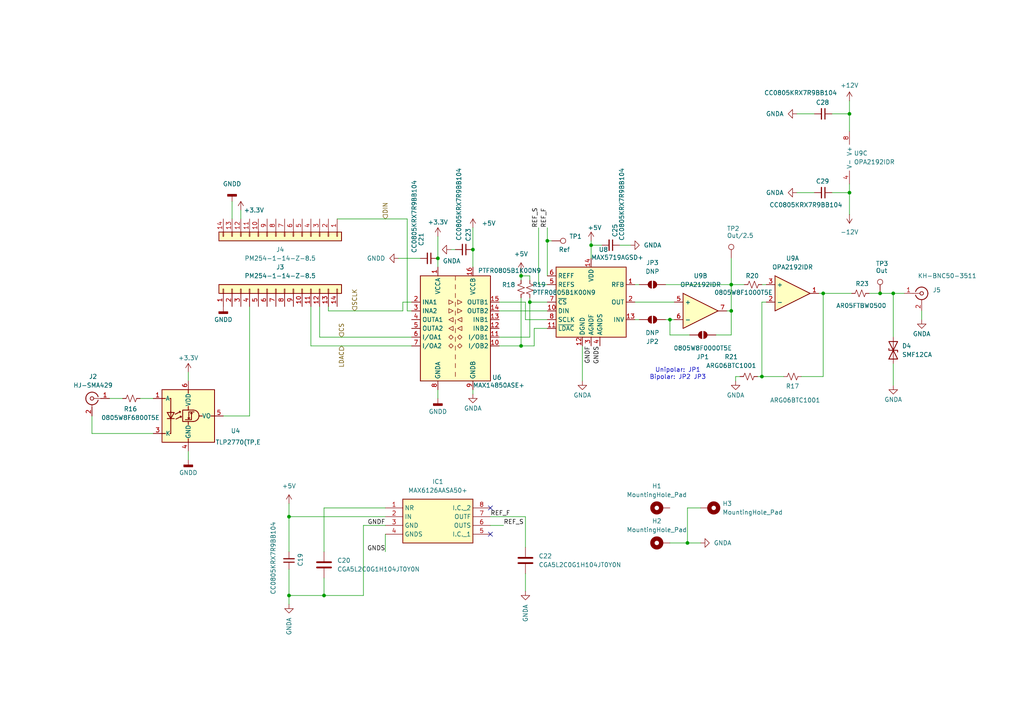
<source format=kicad_sch>
(kicad_sch (version 20250114) (generator "eeschema") (generator_version "9.0")
  (paper "A4")
  (lib_symbols
    (symbol "Analog_DAC:MAX5719xSD"
      (property "Reference" "U" (at -10.16 11.43 0))
      (property "Value" "MAX5719xSD" (at 1.27 11.43 0))
      (symbol "MAX5719xSD_0_1"
        (rectangle (start -10.16 10.16) (end 10.16 -10.16) (stroke (width 0.254)) (fill (type background)))
      )
      (symbol "MAX5719xSD_1_1"
        (pin input line (at -12.7 7.62 0) (length 2.54) (name "REFF") (number "6"))
        (pin input line (at -12.7 5.08 0) (length 2.54) (name "REFS") (number "5"))
        (pin input line (at -12.7 0 0) (length 2.54) (name "~{CS}") (number "7"))
        (pin input line (at -12.7 -2.54 0) (length 2.54) (name "DIN") (number "10"))
        (pin input line (at -12.7 -5.08 0) (length 2.54) (name "SCLK") (number "8"))
        (pin input line (at -12.7 -7.62 0) (length 2.54) (name "~{LDAC}") (number "11"))
        (pin power_in line (at -2.54 -12.7 90) (length 2.54) (name "DGND") (number "12"))
        (pin power_in line (at 0 12.7 270) (length 2.54) (name "VDD") (number "14"))
        (pin power_in line (at 0 -12.7 90) (length 2.54) (name "AGNDF") (number "3"))
        (pin power_in line (at 2.54 -12.7 90) (length 2.54) (name "AGNDS") (number "4"))
        (pin no_connect line (at 10.16 -7.62 180) (length 2.54) (hide yes) (name "NC") (number "9"))
        (pin passive line (at 12.7 5.08 180) (length 2.54) (name "RFB") (number "1"))
        (pin output line (at 12.7 0 180) (length 2.54) (name "OUT") (number "2"))
        (pin passive line (at 12.7 -5.08 180) (length 2.54) (name "INV") (number "13"))
      )
    )
    (symbol "Connector:Conn_Coaxial" (pin_names (offset 1.016) (hide yes))
      (property "Reference" "J" (at 0.254 3.048 0))
      (property "Value" "Conn_Coaxial" (at 2.921 0 90))
      (symbol "Conn_Coaxial_0_1"
        (polyline (pts (xy -2.54 0) (xy -0.508 0)))
        (arc (start 1.778 0) (mid 0.222 -1.8079) (end -1.778 -0.508) (stroke (width 0.254)))
        (arc (start -1.778 0.508) (mid 0.2221 1.8084) (end 1.778 0) (stroke (width 0.254)))
        (circle (center 0 0) (radius 0.508) (stroke (width 0.2032)))
        (polyline (pts (xy 0 -2.54) (xy 0 -1.778)))
      )
      (symbol "Conn_Coaxial_1_1"
        (pin passive line (at -5.08 0 0) (length 2.54) (name "In") (number "1"))
        (pin passive line (at 0 -5.08 90) (length 2.54) (name "Ext") (number "2"))
      )
    )
    (symbol "Connector:TestPoint" (pin_numbers (hide yes)) (pin_names (offset 0.762) (hide yes))
      (property "Reference" "TP" (at 0 6.858 0))
      (property "Value" "TestPoint" (at 0 5.08 0))
      (symbol "TestPoint_0_1"
        (circle (center 0 3.302) (radius 0.762))
      )
      (symbol "TestPoint_1_1"
        (pin passive line (at 0 0 90) (length 2.54) (name "1") (number "1"))
      )
    )
    (symbol "Connector_Generic:Conn_01x14" (pin_names (offset 1.016) (hide yes))
      (property "Reference" "J" (at 0 17.78 0))
      (property "Value" "Conn_01x14" (at 0 -20.32 0))
      (symbol "Conn_01x14_1_1"
        (rectangle (start -1.27 16.51) (end 1.27 -19.05) (stroke (width 0.254)) (fill (type background)))
        (rectangle (start -1.27 15.367) (end 0 15.113) (stroke (width 0.1524)))
        (rectangle (start -1.27 12.827) (end 0 12.573) (stroke (width 0.1524)))
        (rectangle (start -1.27 10.287) (end 0 10.033) (stroke (width 0.1524)))
        (rectangle (start -1.27 7.747) (end 0 7.493) (stroke (width 0.1524)))
        (rectangle (start -1.27 5.207) (end 0 4.953) (stroke (width 0.1524)))
        (rectangle (start -1.27 2.667) (end 0 2.413) (stroke (width 0.1524)))
        (rectangle (start -1.27 0.127) (end 0 -0.127) (stroke (width 0.1524)))
        (rectangle (start -1.27 -2.413) (end 0 -2.667) (stroke (width 0.1524)))
        (rectangle (start -1.27 -4.953) (end 0 -5.207) (stroke (width 0.1524)))
        (rectangle (start -1.27 -7.493) (end 0 -7.747) (stroke (width 0.1524)))
        (rectangle (start -1.27 -10.033) (end 0 -10.287) (stroke (width 0.1524)))
        (rectangle (start -1.27 -12.573) (end 0 -12.827) (stroke (width 0.1524)))
        (rectangle (start -1.27 -15.113) (end 0 -15.367) (stroke (width 0.1524)))
        (rectangle (start -1.27 -17.653) (end 0 -17.907) (stroke (width 0.1524)))
        (pin passive line (at -5.08 15.24 0) (length 3.81) (name "Pin_1") (number "1"))
        (pin passive line (at -5.08 12.7 0) (length 3.81) (name "Pin_2") (number "2"))
        (pin passive line (at -5.08 10.16 0) (length 3.81) (name "Pin_3") (number "3"))
        (pin passive line (at -5.08 7.62 0) (length 3.81) (name "Pin_4") (number "4"))
        (pin passive line (at -5.08 5.08 0) (length 3.81) (name "Pin_5") (number "5"))
        (pin passive line (at -5.08 2.54 0) (length 3.81) (name "Pin_6") (number "6"))
        (pin passive line (at -5.08 0 0) (length 3.81) (name "Pin_7") (number "7"))
        (pin passive line (at -5.08 -2.54 0) (length 3.81) (name "Pin_8") (number "8"))
        (pin passive line (at -5.08 -5.08 0) (length 3.81) (name "Pin_9") (number "9"))
        (pin passive line (at -5.08 -7.62 0) (length 3.81) (name "Pin_10") (number "10"))
        (pin passive line (at -5.08 -10.16 0) (length 3.81) (name "Pin_11") (number "11"))
        (pin passive line (at -5.08 -12.7 0) (length 3.81) (name "Pin_12") (number "12"))
        (pin passive line (at -5.08 -15.24 0) (length 3.81) (name "Pin_13") (number "13"))
        (pin passive line (at -5.08 -17.78 0) (length 3.81) (name "Pin_14") (number "14"))
      )
    )
    (symbol "Device:C" (pin_numbers (hide yes)) (pin_names (offset 0.254))
      (property "Reference" "C" (at 0.635 2.54 0))
      (property "Value" "C" (at 0.635 -2.54 0))
      (symbol "C_0_1"
        (polyline (pts (xy -2.032 0.762) (xy 2.032 0.762)) (stroke (width 0.508)))
        (polyline (pts (xy -2.032 -0.762) (xy 2.032 -0.762)) (stroke (width 0.508)))
      )
      (symbol "C_1_1"
        (pin passive line (at 0 3.81 270) (length 2.794) (name "~") (number "1"))
        (pin passive line (at 0 -3.81 90) (length 2.794) (name "~") (number "2"))
      )
    )
    (symbol "Device:C_Small" (pin_numbers (hide yes)) (pin_names (offset 0.254) (hide yes))
      (property "Reference" "C" (at 0.254 1.778 0))
      (property "Value" "C_Small" (at 0.254 -2.032 0))
      (symbol "C_Small_0_1"
        (polyline (pts (xy -1.524 0.508) (xy 1.524 0.508)) (stroke (width 0.3048)))
        (polyline (pts (xy -1.524 -0.508) (xy 1.524 -0.508)) (stroke (width 0.3302)))
      )
      (symbol "C_Small_1_1"
        (pin passive line (at 0 2.54 270) (length 2.032) (name "~") (number "1"))
        (pin passive line (at 0 -2.54 90) (length 2.032) (name "~") (number "2"))
      )
    )
    (symbol "Device:D_TVS" (pin_numbers (hide yes)) (pin_names (offset 1.016) (hide yes))
      (property "Reference" "D" (at 0 2.54 0))
      (property "Value" "D_TVS" (at 0 -2.54 0))
      (symbol "D_TVS_0_1"
        (polyline (pts (xy -2.54 1.27) (xy -2.54 -1.27) (xy 2.54 1.27) (xy 2.54 -1.27) (xy -2.54 1.27)) (stroke (width 0.254)))
        (polyline (pts (xy 0.508 1.27) (xy 0 1.27) (xy 0 -1.27) (xy -0.508 -1.27)) (stroke (width 0.254)))
        (polyline (pts (xy 1.27 0) (xy -1.27 0)))
      )
      (symbol "D_TVS_1_1"
        (pin passive line (at -3.81 0 0) (length 2.54) (name "A1") (number "1"))
        (pin passive line (at 3.81 0 180) (length 2.54) (name "A2") (number "2"))
      )
    )
    (symbol "Device:Opamp_Dual"
      (property "Reference" "U" (at 0 5.08 0))
      (property "Value" "Opamp_Dual" (at 0 -5.08 0))
      (symbol "Opamp_Dual_1_1"
        (polyline (pts (xy -5.08 5.08) (xy 5.08 0) (xy -5.08 -5.08) (xy -5.08 5.08)) (stroke (width 0.254)) (fill (type background)))
        (pin input line (at -7.62 2.54 0) (length 2.54) (name "+") (number "3"))
        (pin input line (at -7.62 -2.54 0) (length 2.54) (name "-") (number "2"))
        (pin output line (at 7.62 0 180) (length 2.54) (name "~") (number "1"))
      )
      (symbol "Opamp_Dual_2_1"
        (polyline (pts (xy -5.08 5.08) (xy 5.08 0) (xy -5.08 -5.08) (xy -5.08 5.08)) (stroke (width 0.254)) (fill (type background)))
        (pin input line (at -7.62 2.54 0) (length 2.54) (name "+") (number "5"))
        (pin input line (at -7.62 -2.54 0) (length 2.54) (name "-") (number "6"))
        (pin output line (at 7.62 0 180) (length 2.54) (name "~") (number "7"))
      )
      (symbol "Opamp_Dual_3_1"
        (pin power_in line (at -2.54 7.62 270) (length 3.81) (name "V+") (number "8"))
        (pin power_in line (at -2.54 -7.62 90) (length 3.81) (name "V-") (number "4"))
      )
    )
    (symbol "Device:R_Small_US" (pin_numbers (hide yes)) (pin_names (offset 0.254) (hide yes))
      (property "Reference" "R" (at 0.762 0.508 0))
      (property "Value" "R_Small_US" (at 0.762 -1.016 0))
      (symbol "R_Small_US_1_1"
        (polyline (pts (xy 0 1.524) (xy 1.016 1.143) (xy 0 0.762) (xy -1.016 0.381) (xy 0 0)))
        (polyline (pts (xy 0 0) (xy 1.016 -0.381) (xy 0 -0.762) (xy -1.016 -1.143) (xy 0 -1.524)))
        (pin passive line (at 0 2.54 270) (length 1.016) (name "~") (number "1"))
        (pin passive line (at 0 -2.54 90) (length 1.016) (name "~") (number "2"))
      )
    )
    (symbol "Isolator:MAX14850ASE+"
      (property "Reference" "U" (at -9.525 16.51 0))
      (property "Value" "MAX14850ASE+" (at 13.335 16.51 0))
      (symbol "MAX14850ASE+_0_1"
        (rectangle (start -10.16 15.24) (end 10.16 -15.24) (stroke (width 0.254)) (fill (type background)))
        (polyline (pts (xy -1.905 8.255) (xy -1.905 6.985) (xy -0.635 7.62) (xy -1.905 8.255)))
        (polyline (pts (xy -1.905 5.715) (xy -1.905 4.445) (xy -0.635 5.08) (xy -1.905 5.715)))
        (polyline (pts (xy -1.27 -1.905) (xy -1.905 -2.54) (xy -1.27 -3.175) (xy -0.635 -2.54) (xy -1.27 -1.905)))
        (polyline (pts (xy -1.27 -4.445) (xy -1.905 -5.08) (xy -1.27 -5.715) (xy -0.635 -5.08) (xy -1.27 -4.445)))
        (polyline (pts (xy -0.635 1.905) (xy -0.635 3.175) (xy -1.905 2.54) (xy -0.635 1.905)))
        (polyline (pts (xy -0.635 -0.635) (xy -0.635 0.635) (xy -1.905 0) (xy -0.635 -0.635)))
        (polyline (pts (xy 0 15.24) (xy 0 13.97)))
        (polyline (pts (xy 0 12.7) (xy 0 11.43)))
        (polyline (pts (xy 0 10.16) (xy 0 8.89)))
        (polyline (pts (xy 0 7.62) (xy 0 6.35)))
        (polyline (pts (xy 0 5.08) (xy 0 3.81)))
        (polyline (pts (xy 0 2.54) (xy 0 1.27)))
        (polyline (pts (xy 0 0) (xy 0 -1.27)))
        (polyline (pts (xy 0 -2.54) (xy 0 -3.81)))
        (polyline (pts (xy 0 -5.08) (xy 0 -6.35)))
        (polyline (pts (xy 0 -7.62) (xy 0 -8.89)))
        (polyline (pts (xy 0 -10.16) (xy 0 -11.43)))
        (polyline (pts (xy 0 -12.7) (xy 0 -13.97)))
        (polyline (pts (xy 0.635 8.255) (xy 0.635 6.985) (xy 1.905 7.62) (xy 0.635 8.255)))
        (polyline (pts (xy 0.635 5.715) (xy 0.635 4.445) (xy 1.905 5.08) (xy 0.635 5.715)))
        (polyline (pts (xy 1.27 -1.905) (xy 0.635 -2.54) (xy 1.27 -3.175) (xy 1.905 -2.54) (xy 1.27 -1.905)))
        (polyline (pts (xy 1.27 -4.445) (xy 0.635 -5.08) (xy 1.27 -5.715) (xy 1.905 -5.08) (xy 1.27 -4.445)))
        (polyline (pts (xy 1.905 1.905) (xy 1.905 3.175) (xy 0.635 2.54) (xy 1.905 1.905)))
        (polyline (pts (xy 1.905 -0.635) (xy 1.905 0.635) (xy 0.635 0) (xy 1.905 -0.635)))
      )
      (symbol "MAX14850ASE+_1_1"
        (pin input line (at -12.7 7.62 0) (length 2.54) (name "INA1") (number "2"))
        (pin input line (at -12.7 5.08 0) (length 2.54) (name "INA2") (number "3"))
        (pin output line (at -12.7 2.54 0) (length 2.54) (name "OUTA1") (number "4"))
        (pin output line (at -12.7 0 0) (length 2.54) (name "OUTA2") (number "5"))
        (pin bidirectional line (at -12.7 -2.54 0) (length 2.54) (name "I/OA1") (number "6"))
        (pin bidirectional line (at -12.7 -5.08 0) (length 2.54) (name "I/OA2") (number "7"))
        (pin power_in line (at -5.08 17.78 270) (length 2.54) (name "VCCA") (number "1"))
        (pin power_in line (at -5.08 -17.78 90) (length 2.54) (name "GNDA") (number "8"))
        (pin power_in line (at 5.08 17.78 270) (length 2.54) (name "VCCB") (number "16"))
        (pin power_in line (at 5.08 -17.78 90) (length 2.54) (name "GNDB") (number "9"))
        (pin output line (at 12.7 7.62 180) (length 2.54) (name "OUTB1") (number "15"))
        (pin output line (at 12.7 5.08 180) (length 2.54) (name "OUTB2") (number "14"))
        (pin input line (at 12.7 2.54 180) (length 2.54) (name "INB1") (number "13"))
        (pin input line (at 12.7 0 180) (length 2.54) (name "INB2") (number "12"))
        (pin bidirectional line (at 12.7 -2.54 180) (length 2.54) (name "I/OB1") (number "11"))
        (pin bidirectional line (at 12.7 -5.08 180) (length 2.54) (name "I/OB2") (number "10"))
      )
    )
    (symbol "Isolator:TLP2770" (pin_names (offset 1.016))
      (property "Reference" "U" (at -6.35 8.89 0))
      (property "Value" "TLP2770" (at 5.08 8.89 0))
      (symbol "TLP2770_0_1"
        (polyline (pts (xy -7.62 5.08) (xy -6.604 5.08)) (stroke (width 0.254)))
        (polyline (pts (xy -7.62 -5.08) (xy -6.604 -5.08)) (stroke (width 0.254)))
        (polyline (pts (xy -5.08 5.08) (xy -5.334 5.08)) (stroke (width 0.254)))
        (polyline (pts (xy -5.08 1.27) (xy -5.08 5.08)) (stroke (width 0.254)))
        (polyline (pts (xy -5.08 -1.27) (xy -5.08 -5.08)) (stroke (width 0.254)))
        (polyline (pts (xy -5.08 -5.08) (xy -5.334 -5.08)) (stroke (width 0.254)))
        (polyline (pts (xy 0 7.62) (xy 0 6.604)) (stroke (width 0.254)))
        (polyline (pts (xy 0 1.651) (xy 0 2.794)) (stroke (width 0.254)))
        (polyline (pts (xy 0 -1.651) (xy 0 -2.54)) (stroke (width 0.254)))
        (polyline (pts (xy 0 -7.62) (xy 0 -6.604)) (stroke (width 0.254)))
        (polyline (pts (xy 3.048 0) (xy 4.064 0)) (stroke (width 0.254)))
        (polyline (pts (xy 7.62 0) (xy 6.604 0)) (stroke (width 0.254)))
      )
      (symbol "TLP2770_1_1"
        (rectangle (start -7.62 7.62) (end 7.62 -7.62) (stroke (width 0.254)) (fill (type background)))
        (polyline (pts (xy -6.096 1.016) (xy -4.064 1.016) (xy -5.08 -0.762) (xy -6.096 1.016)) (stroke (width 0.254)))
        (polyline (pts (xy -6.096 -0.762) (xy -4.064 -0.762)) (stroke (width 0.254)))
        (polyline (pts (xy -5.08 1.016) (xy -5.08 1.397)) (stroke (width 0.254)))
        (polyline (pts (xy -5.08 1.016) (xy -5.08 -0.762)) (stroke (width 0.254)))
        (polyline (pts (xy -5.08 -0.762) (xy -5.08 -1.27)) (stroke (width 0.254)))
        (polyline (pts (xy -3.81 0.508) (xy -2.286 1.27)) (stroke (width 0.254)))
        (polyline (pts (xy -3.556 -0.889) (xy -2.032 -0.127)) (stroke (width 0.254)))
        (polyline (pts (xy -2.286 1.27) (xy -2.5908 1.3716)) (stroke (width 0.254)))
        (polyline (pts (xy -2.286 1.27) (xy -2.3876 0.9144)) (stroke (width 0.254)))
        (polyline (pts (xy -2.032 -0.127) (xy -2.3368 -0.0254)) (stroke (width 0.254)))
        (polyline (pts (xy -2.032 -0.127) (xy -2.1336 -0.4826)) (stroke (width 0.254)))
        (polyline (pts (xy 0.1524 -0.8382) (xy -0.1016 -0.5842) (xy 0.4064 -0.5842)) (stroke (width 0.254)))
        (polyline (pts (xy 0.9144 0.9398) (xy 0.9144 -1.0922) (xy -0.8636 -1.0922)) (stroke (width 0.254)))
        (polyline (pts (xy 0.9144 0.9398) (xy 0.6604 0.6858) (xy 1.1684 0.6858) (xy 0.9144 0.9398)) (stroke (width 0.254)))
        (polyline (pts (xy 1.4224 1.7018) (xy -1.6256 1.7018) (xy -1.6256 -1.6002) (xy 1.4224 -1.6002)) (stroke (width 0.254)))
        (arc (start 3.0988 0.0762) (mid 2.6102 -1.1118) (end 1.4224 -1.6002) (stroke (width 0.254)))
        (arc (start 1.3462 1.6764) (mid 2.6011 1.2413) (end 3.0734 0) (stroke (width 0.254)))
        (polyline (pts (xy 1.6764 1.1938) (xy 0.1524 1.1938) (xy 0.1524 -0.8382) (xy 0.4064 -0.5842)) (stroke (width 0.254)))
        (pin passive line (at -10.16 5.08 0) (length 2.54) (name "A") (number "1"))
        (pin passive line (at -10.16 -5.08 0) (length 2.54) (name "K") (number "3"))
        (pin no_connect line (at -7.62 0 0) (length 2.54) (hide yes) (name "NC") (number "2"))
        (pin power_in line (at 0 10.16 270) (length 2.54) (name "VDD") (number "6"))
        (pin power_in line (at 0 -10.16 90) (length 2.54) (name "GND") (number "4"))
        (pin output line (at 10.16 0 180) (length 2.54) (name "VO") (number "5"))
      )
    )
    (symbol "Jumper:SolderJumper_2_Open" (pin_numbers (hide yes)) (pin_names (offset 0) (hide yes)) (exclude_from_sim yes) (in_bom no)
      (property "Reference" "JP" (at 0 2.032 0))
      (property "Value" "SolderJumper_2_Open" (at 0 -2.54 0))
      (symbol "SolderJumper_2_Open_0_1"
        (polyline (pts (xy -0.254 1.016) (xy -0.254 -1.016)))
        (arc (start -0.254 -1.016) (mid -1.2656 0) (end -0.254 1.016))
        (arc (start -0.254 -1.016) (mid -1.2656 0) (end -0.254 1.016) (fill (type outline)))
        (arc (start 0.254 1.016) (mid 1.2656 0) (end 0.254 -1.016))
        (arc (start 0.254 1.016) (mid 1.2656 0) (end 0.254 -1.016) (fill (type outline)))
        (polyline (pts (xy 0.254 1.016) (xy 0.254 -1.016)))
      )
      (symbol "SolderJumper_2_Open_1_1"
        (pin passive line (at -3.81 0 0) (length 2.54) (name "A") (number "1"))
        (pin passive line (at 3.81 0 180) (length 2.54) (name "B") (number "2"))
      )
    )
    (symbol "Mechanical:MountingHole_Pad" (pin_numbers (hide yes)) (pin_names (offset 1.016) (hide yes)) (in_bom no)
      (property "Reference" "H" (at 0 6.35 0))
      (property "Value" "MountingHole_Pad" (at 0 4.445 0))
      (symbol "MountingHole_Pad_0_1"
        (circle (center 0 1.27) (radius 1.27) (stroke (width 1.27)))
      )
      (symbol "MountingHole_Pad_1_1"
        (pin input line (at 0 -2.54 90) (length 2.54) (name "1") (number "1"))
      )
    )
    (symbol "SamacSys_Parts:MAX6126A41+"
      (property "Reference" "IC" (at 26.67 7.62 0))
      (property "Value" "MAX6126A41+" (at 26.67 5.08 0))
      (symbol "MAX6126A41+_1_1"
        (rectangle (start 5.08 2.54) (end 25.4 -10.16) (stroke (width 0.254)) (fill (type background)))
        (pin passive line (at 0 0 0) (length 5.08) (name "NR") (number "1"))
        (pin passive line (at 0 -2.54 0) (length 5.08) (name "IN") (number "2"))
        (pin passive line (at 0 -5.08 0) (length 5.08) (name "GND") (number "3"))
        (pin passive line (at 0 -7.62 0) (length 5.08) (name "GNDS") (number "4"))
        (pin passive line (at 30.48 0 180) (length 5.08) (name "I.C._2") (number "8"))
        (pin passive line (at 30.48 -2.54 180) (length 5.08) (name "OUTF") (number "7"))
        (pin passive line (at 30.48 -5.08 180) (length 5.08) (name "OUTS") (number "6"))
        (pin passive line (at 30.48 -7.62 180) (length 5.08) (name "I.C._1") (number "5"))
      )
    )
    (symbol "power:+12V" (power) (pin_numbers (hide yes)) (pin_names (offset 0) (hide yes))
      (property "Value" "+12V" (at 0 3.556 0))
      (symbol "+12V_0_1"
        (polyline (pts (xy -0.762 1.27) (xy 0 2.54)))
        (polyline (pts (xy 0 2.54) (xy 0.762 1.27)))
        (polyline (pts (xy 0 0) (xy 0 2.54)))
      )
      (symbol "+12V_1_1"
        (pin power_in line (at 0 0 90) (length 0) (name "~") (number "1"))
      )
    )
    (symbol "power:+3.3V" (power) (pin_names (offset 0))
      (property "Value" "+3.3V" (at 0 3.556 0))
      (symbol "+3.3V_0_1"
        (polyline (pts (xy -0.762 1.27) (xy 0 2.54)))
        (polyline (pts (xy 0 2.54) (xy 0.762 1.27)))
        (polyline (pts (xy 0 0) (xy 0 2.54)))
      )
      (symbol "+3.3V_1_1"
        (pin power_in line (at 0 0 90) (length 0) (hide yes) (name "+3.3V") (number "1"))
      )
    )
    (symbol "power:+5VD" (power) (pin_names (offset 0))
      (property "Value" "+5VD" (at 0 3.556 0))
      (symbol "+5VD_0_1"
        (polyline (pts (xy -0.762 1.27) (xy 0 2.54)))
        (polyline (pts (xy 0 2.54) (xy 0.762 1.27)))
        (polyline (pts (xy 0 0) (xy 0 2.54)))
      )
      (symbol "+5VD_1_1"
        (pin power_in line (at 0 0 90) (length 0) (hide yes) (name "+5VD") (number "1"))
      )
    )
    (symbol "power:GNDA" (power) (pin_names (offset 0))
      (property "Value" "GNDA" (at 0 -3.81 0))
      (symbol "GNDA_0_1"
        (polyline (pts (xy 0 0) (xy 0 -1.27) (xy 1.27 -1.27) (xy 0 -2.54) (xy -1.27 -1.27) (xy 0 -1.27)))
      )
      (symbol "GNDA_1_1"
        (pin power_in line (at 0 0 270) (length 0) (hide yes) (name "GNDA") (number "1"))
      )
    )
    (symbol "power:GNDD" (power) (pin_names (offset 0))
      (property "Value" "GNDD" (at 0 -3.175 0))
      (symbol "GNDD_0_1"
        (rectangle (start -1.27 -1.524) (end 1.27 -2.032) (stroke (width 0.254)) (fill (type outline)))
        (polyline (pts (xy 0 0) (xy 0 -1.524)))
      )
      (symbol "GNDD_1_1"
        (pin power_in line (at 0 0 270) (length 0) (hide yes) (name "GNDD") (number "1"))
      )
    )
  )
  (text "Unipolar: JP1\nBipolar: JP2 JP3\n\n" (at 196.596 109.474 0) (effects (font (size 1.27 1.27))))
  (junction (at 93.98 172.72))
  (junction (at 83.82 172.72))
  (junction (at 151.13 80.01))
  (junction (at 171.45 71.12))
  (junction (at 212.09 90.17))
  (junction (at 194.31 92.71))
  (junction (at 199.39 157.48))
  (junction (at 212.09 82.55))
  (junction (at 238.76 85.09))
  (junction (at 246.38 33.02))
  (junction (at 158.75 69.85))
  (junction (at 255.27 85.09))
  (junction (at 153.67 87.63))
  (junction (at 259.08 85.09))
  (junction (at 220.98 109.22))
  (junction (at 127 74.93))
  (junction (at 151.13 100.33))
  (junction (at 137.16 72.39))
  (junction (at 83.82 149.86))
  (junction (at 246.38 55.88))
  (no_connect (at 142.24 154.94))
  (no_connect (at 142.24 147.32))
  (wire (pts (xy 158.75 80.01) (xy 158.75 69.85)))
  (wire (pts (xy 193.04 82.55) (xy 212.09 82.55)))
  (wire (pts (xy 111.76 160.02) (xy 111.76 154.94)))
  (wire (pts (xy 199.39 157.48) (xy 203.2 157.48)))
  (wire (pts (xy 118.11 90.17) (xy 119.38 90.17)))
  (wire (pts (xy 67.31 58.42) (xy 67.31 63.5)))
  (wire (pts (xy 83.82 172.72) (xy 93.98 172.72)))
  (wire (pts (xy 90.17 100.33) (xy 119.38 100.33)))
  (wire (pts (xy 246.38 29.21) (xy 246.38 33.02)))
  (wire (pts (xy 174.625 71.12) (xy 171.45 71.12)))
  (wire (pts (xy 153.67 97.79) (xy 153.67 87.63)))
  (wire (pts (xy 168.91 100.33) (xy 168.91 110.49)))
  (wire (pts (xy 194.31 97.155) (xy 194.31 92.71)))
  (wire (pts (xy 259.08 85.09) (xy 262.255 85.09)))
  (wire (pts (xy 246.38 55.88) (xy 246.38 62.23)))
  (wire (pts (xy 92.71 97.79) (xy 92.71 88.9)))
  (wire (pts (xy 179.705 71.12) (xy 182.88 71.12)))
  (wire (pts (xy 118.11 90.17) (xy 118.11 63.5)))
  (wire (pts (xy 232.41 109.22) (xy 238.76 109.22)))
  (wire (pts (xy 238.76 85.09) (xy 247.015 85.09)))
  (wire (pts (xy 213.36 109.22) (xy 213.36 110.49)))
  (wire (pts (xy 153.67 86.36) (xy 153.67 87.63)))
  (wire (pts (xy 252.095 85.09) (xy 255.27 85.09)))
  (wire (pts (xy 152.4 87.63) (xy 152.4 92.71)))
  (wire (pts (xy 220.98 82.55) (xy 222.25 82.55)))
  (wire (pts (xy 154.94 95.25) (xy 158.75 95.25)))
  (wire (pts (xy 212.09 82.55) (xy 212.09 90.17)))
  (wire (pts (xy 93.98 167.64) (xy 93.98 172.72)))
  (wire (pts (xy 246.38 53.34) (xy 246.38 55.88)))
  (wire (pts (xy 105.41 172.72) (xy 93.98 172.72)))
  (wire (pts (xy 40.64 115.57) (xy 44.45 115.57)))
  (wire (pts (xy 152.4 158.75) (xy 152.4 149.86)))
  (wire (pts (xy 146.05 152.4) (xy 142.24 152.4)))
  (wire (pts (xy 83.82 175.26) (xy 83.82 172.72)))
  (wire (pts (xy 69.85 60.96) (xy 69.85 63.5)))
  (wire (pts (xy 156.21 66.04) (xy 156.21 82.55)))
  (wire (pts (xy 83.82 146.05) (xy 83.82 149.86)))
  (wire (pts (xy 199.39 147.32) (xy 203.2 147.32)))
  (wire (pts (xy 212.09 90.17) (xy 210.82 90.17)))
  (wire (pts (xy 26.67 120.65) (xy 26.67 125.73)))
  (wire (pts (xy 213.36 109.22) (xy 214.63 109.22)))
  (wire (pts (xy 184.15 92.71) (xy 185.42 92.71)))
  (wire (pts (xy 130.81 72.39) (xy 132.08 72.39)))
  (wire (pts (xy 152.4 166.37) (xy 152.4 171.45)))
  (wire (pts (xy 144.78 87.63) (xy 152.4 87.63)))
  (wire (pts (xy 83.82 149.86) (xy 111.76 149.86)))
  (wire (pts (xy 127 74.93) (xy 127 77.47)))
  (wire (pts (xy 231.14 55.88) (xy 236.22 55.88)))
  (wire (pts (xy 194.31 157.48) (xy 199.39 157.48)))
  (wire (pts (xy 255.27 85.09) (xy 259.08 85.09)))
  (wire (pts (xy 212.09 82.55) (xy 215.9 82.55)))
  (wire (pts (xy 212.09 74.93) (xy 212.09 82.55)))
  (wire (pts (xy 118.11 63.5) (xy 97.79 63.5)))
  (wire (pts (xy 212.09 97.155) (xy 212.09 90.17)))
  (wire (pts (xy 116.84 90.17) (xy 116.84 87.63)))
  (wire (pts (xy 171.45 71.12) (xy 171.45 69.85)))
  (wire (pts (xy 160.02 69.85) (xy 158.75 69.85)))
  (wire (pts (xy 158.75 82.55) (xy 156.21 82.55)))
  (wire (pts (xy 83.82 149.86) (xy 83.82 160.02)))
  (wire (pts (xy 153.67 87.63) (xy 158.75 87.63)))
  (wire (pts (xy 199.39 147.32) (xy 199.39 157.48)))
  (wire (pts (xy 184.15 87.63) (xy 195.58 87.63)))
  (wire (pts (xy 153.67 80.01) (xy 151.13 80.01)))
  (wire (pts (xy 127 113.03) (xy 127 115.57)))
  (wire (pts (xy 151.13 80.01) (xy 151.13 81.28)))
  (wire (pts (xy 137.16 113.03) (xy 137.16 114.3)))
  (wire (pts (xy 241.3 55.88) (xy 246.38 55.88)))
  (wire (pts (xy 151.13 80.01) (xy 151.13 78.74)))
  (wire (pts (xy 142.24 149.86) (xy 152.4 149.86)))
  (wire (pts (xy 151.13 100.33) (xy 154.94 100.33)))
  (wire (pts (xy 241.3 33.02) (xy 246.38 33.02)))
  (wire (pts (xy 153.67 81.28) (xy 153.67 80.01)))
  (wire (pts (xy 72.39 120.65) (xy 72.39 88.9)))
  (wire (pts (xy 152.4 92.71) (xy 158.75 92.71)))
  (wire (pts (xy 184.15 82.55) (xy 185.42 82.55)))
  (wire (pts (xy 246.38 33.02) (xy 246.38 38.1)))
  (wire (pts (xy 219.71 109.22) (xy 220.98 109.22)))
  (wire (pts (xy 238.76 85.09) (xy 238.76 109.22)))
  (wire (pts (xy 31.75 115.57) (xy 35.56 115.57)))
  (wire (pts (xy 267.335 90.17) (xy 267.335 92.71)))
  (wire (pts (xy 115.57 74.93) (xy 121.92 74.93)))
  (wire (pts (xy 144.78 100.33) (xy 151.13 100.33)))
  (wire (pts (xy 222.25 87.63) (xy 220.98 87.63)))
  (wire (pts (xy 137.16 72.39) (xy 137.16 77.47)))
  (wire (pts (xy 83.82 172.72) (xy 83.82 165.1)))
  (wire (pts (xy 200.025 97.155) (xy 194.31 97.155)))
  (wire (pts (xy 144.78 90.17) (xy 158.75 90.17)))
  (wire (pts (xy 54.61 107.95) (xy 54.61 110.49)))
  (wire (pts (xy 151.13 86.36) (xy 151.13 100.33)))
  (wire (pts (xy 207.645 97.155) (xy 212.09 97.155)))
  (wire (pts (xy 195.58 92.71) (xy 194.31 92.71)))
  (wire (pts (xy 231.14 33.02) (xy 236.22 33.02)))
  (wire (pts (xy 137.16 66.04) (xy 137.16 72.39)))
  (wire (pts (xy 171.45 71.12) (xy 171.45 74.93)))
  (wire (pts (xy 259.08 105.41) (xy 259.08 111.76)))
  (wire (pts (xy 105.41 152.4) (xy 105.41 172.72)))
  (wire (pts (xy 111.76 152.4) (xy 105.41 152.4)))
  (wire (pts (xy 26.67 125.73) (xy 44.45 125.73)))
  (wire (pts (xy 92.71 97.79) (xy 119.38 97.79)))
  (wire (pts (xy 220.98 109.22) (xy 227.33 109.22)))
  (wire (pts (xy 237.49 85.09) (xy 238.76 85.09)))
  (wire (pts (xy 154.94 100.33) (xy 154.94 95.25)))
  (wire (pts (xy 193.04 92.71) (xy 194.31 92.71)))
  (wire (pts (xy 54.61 130.81) (xy 54.61 133.35)))
  (wire (pts (xy 95.25 90.17) (xy 116.84 90.17)))
  (wire (pts (xy 90.17 100.33) (xy 90.17 88.9)))
  (wire (pts (xy 127 68.58) (xy 127 74.93)))
  (wire (pts (xy 64.77 120.65) (xy 72.39 120.65)))
  (wire (pts (xy 220.98 87.63) (xy 220.98 109.22)))
  (wire (pts (xy 158.75 69.85) (xy 158.75 66.04)))
  (wire (pts (xy 93.98 160.02) (xy 93.98 147.32)))
  (wire (pts (xy 95.25 88.9) (xy 95.25 90.17)))
  (wire (pts (xy 144.78 97.79) (xy 153.67 97.79)))
  (wire (pts (xy 116.84 87.63) (xy 119.38 87.63)))
  (wire (pts (xy 93.98 147.32) (xy 111.76 147.32)))
  (wire (pts (xy 259.08 85.09) (xy 259.08 97.79)))
  (label "REF_F" (at 158.75 66.04 90))
  (label "REF_S" (at 146.05 152.4 0))
  (label "REF_S" (at 156.21 66.04 90))
  (label "GNDF" (at 111.76 152.4 180))
  (label "GNDS" (at 173.99 100.33 270))
  (label "GNDF" (at 171.45 100.33 270))
  (label "REF_F" (at 142.24 149.86 0))
  (label "GNDS" (at 111.76 160.02 180))
  (hierarchical_label "SCLK" (shape input) (at 102.87 90.17 90))
  (hierarchical_label "LDAC" (shape input) (at 99.06 100.33 270))
  (hierarchical_label "DIN" (shape input) (at 111.76 63.5 90))
  (hierarchical_label "CS" (shape input) (at 99.06 97.79 90))
  (symbol (lib_id "power:+5VD") (at 83.82 146.05 0) (unit 1)
    (property "Reference" "#PWR028" (effects (hide yes)))
    (property "Value" "+5V" (at 83.82 140.97 0))
  )
  (symbol (lib_id "Device:C_Small") (at 177.165 71.12 270) (unit 1)
    (property "Reference" "C25" (at 178.3708 68.7959 0) (effects (justify right)))
    (property "Value" "CC0805KRX7R9BB104" (at 180.34 69.85 0) (effects (justify right)))
    (property "Footprint" "Capacitor_SMD:C_0805_2012Metric" (effects (hide yes)))
  )
  (symbol (lib_id "Device:Opamp_Dual") (at 229.87 85.09 0) (unit 1)
    (property "Reference" "U9" (at 229.87 74.93 0))
    (property "Value" "OPA2192IDR" (at 229.87 77.47 0))
    (property "Footprint" "Package_SO:SOIC-8_3.9x4.9mm_P1.27mm" (effects (hide yes)))
    (property "Description" "Dual operational amplifier" (effects (hide yes)))
    (property "Sim.Library" "${KICAD9_SYMBOL_DIR}/Simulation_SPICE.sp" (effects (hide yes)))
    (property "Sim.Name" "kicad_builtin_opamp_dual" (effects (hide yes)))
    (property "Sim.Device" "SUBCKT" (effects (hide yes)))
    (property "Sim.Pins" "1=out1 2=in1- 3=in1+ 4=vee 5=in2+ 6=in2- 7=out2 8=vcc" (effects (hide yes)))
  )
  (symbol (lib_id "Mechanical:MountingHole_Pad") (at 191.77 157.48 90) (unit 1) (in_bom no)
    (property "Reference" "H2" (at 190.5 151.13 90))
    (property "Value" "MountingHole_Pad" (at 190.5 153.67 90))
    (property "Footprint" "MountingHole:MountingHole_3.7mm_Pad_Via" (effects (hide yes)))
    (property "Description" "Mounting Hole with connection" (effects (hide yes)))
  )
  (symbol (lib_id "power:+5VD") (at 171.45 69.85 0) (unit 1)
    (property "Reference" "#PWR040" (effects (hide yes)))
    (property "Value" "+5V" (at 170.434 66.04 0) (effects (justify left)))
  )
  (symbol (lib_id "Connector:TestPoint") (at 160.02 69.85 270) (unit 1)
    (property "Reference" "TP1" (at 165.1 68.5799 90) (effects (justify left)))
    (property "Value" "Ref" (at 162.052 72.39 90) (effects (justify left)))
    (property "Footprint" "TestPoint:TestPoint_Pad_D1.0mm" (effects (hide yes)))
    (property "Description" "test point" (effects (hide yes)))
  )
  (symbol (lib_id "Device:C_Small") (at 134.62 72.39 270) (unit 1)
    (property "Reference" "C23" (at 135.8258 70.0659 0) (effects (justify right)))
    (property "Value" "CC0805KRX7R9BB104" (at 133.096 69.85 0) (effects (justify right)))
    (property "Footprint" "Capacitor_SMD:C_0805_2012Metric" (effects (hide yes)))
  )
  (symbol (lib_id "Device:R_Small_US") (at 249.555 85.09 90) (unit 1)
    (property "Reference" "R23" (at 250.063 82.296 90))
    (property "Value" "AR05FTBW0500" (at 249.809 88.646 90))
    (property "Footprint" "Resistor_SMD:R_0805_2012Metric" (effects (hide yes)))
  )
  (symbol (lib_id "SamacSys_Parts:MAX6126A41+") (at 111.76 147.32 0) (unit 1)
    (property "Reference" "IC1" (at 127 139.7 0))
    (property "Value" "MAX6126AASA50+" (at 127 142.24 0))
    (property "Footprint" "Package_SO:SOIC-8_3.9x4.9mm_P1.27mm" (effects (hide yes)))
    (property "Datasheet" "https://pdfserv.maximintegrated.com/en/ds/MAX6126.pdf" (effects (hide yes)))
    (property "Description" "Maxim MAX6126A41+, Series Voltage Reference 4.096V, 0.06% 12.6 V max., 8-Pin uMAX" (effects (hide yes)))
    (property "Height" "1.1" (effects (hide yes)))
    (property "Mouser Part Number" "700-MAX6126A41" (effects (hide yes)))
    (property "Mouser Price/Stock" "https://www.mouser.co.uk/ProductDetail/Analog-Devices-Maxim-Integrated/MAX6126A41%2b?qs=1THa7WoU59GF%2FljoQ5dT7w%3D%3D" (effects (hide yes)))
    (property "Manufacturer_Name" "Analog Devices" (effects (hide yes)))
    (property "Manufacturer_Part_Number" "MAX6126A41+" (effects (hide yes)))
  )
  (symbol (lib_id "power:+12V") (at 246.38 62.23 180) (unit 1)
    (property "Reference" "#PWR052" (effects (hide yes)))
    (property "Value" "-12V" (at 246.38 67.31 0))
    (property "Description" "Power symbol creates a global label with name \"+12V\"" (effects (hide yes)))
  )
  (symbol (lib_id "power:GNDA") (at 231.14 33.02 270) (unit 1)
    (property "Reference" "#PWR049" (effects (hide yes)))
    (property "Value" "GNDA" (at 227.33 33.0199 90) (effects (justify right)))
  )
  (symbol (lib_id "power:GNDD") (at 67.31 58.42 180) (unit 1)
    (property "Reference" "#PWR025" (effects (hide yes)))
    (property "Value" "GNDD" (at 67.31 53.34 0))
  )
  (symbol (lib_id "power:+5VD") (at 137.16 66.04 0) (unit 1)
    (property "Reference" "#PWR036" (effects (hide yes)))
    (property "Value" "+5V" (at 139.7 64.7699 0) (effects (justify left)))
  )
  (symbol (lib_id "power:GNDD") (at 64.77 88.9 0) (unit 1)
    (property "Reference" "#PWR024" (effects (hide yes)))
    (property "Value" "GNDD" (at 64.77 92.71 0))
  )
  (symbol (lib_id "power:+5VD") (at 151.13 78.74 0) (unit 1)
    (property "Reference" "#PWR039" (effects (hide yes)))
    (property "Value" "+5V" (at 151.13 73.66 0))
  )
  (symbol (lib_id "Device:R_Small_US") (at 218.44 82.55 270) (unit 1)
    (property "Reference" "R20" (at 218.186 80.01 90))
    (property "Value" "0805W8F1000T5E" (at 215.646 84.836 90))
    (property "Footprint" "Resistor_SMD:R_0805_2012Metric" (effects (hide yes)))
  )
  (symbol (lib_id "Isolator:MAX14850ASE+") (at 132.08 95.25 0) (unit 1)
    (property "Reference" "U6" (at 142.748 109.474 0) (effects (justify left)))
    (property "Value" "MAX14850ASE+" (at 137.16 111.76 0) (effects (justify left)))
    (property "Footprint" "Package_SO:SOIC-16_3.9x9.9mm_P1.27mm" (effects (hide yes)))
    (property "Datasheet" "https://datasheets.maximintegrated.com/en/ds/MAX14850.pdf" (effects (hide yes)))
  )
  (symbol (lib_id "Connector:Conn_Coaxial") (at 267.335 85.09 0) (unit 1)
    (property "Reference" "J5" (at 270.51 84.1131 0) (effects (justify left)))
    (property "Value" "KH-BNC50-3511" (at 266.192 80.01 0) (effects (justify left)))
    (property "Footprint" "Connector_Coaxial:BNC_Amphenol_B6252HB-NPP3G-50_Horizontal" (effects (hide yes)))
  )
  (symbol (lib_id "Device:R_Small_US") (at 38.1 115.57 90) (unit 1)
    (property "Reference" "R16" (at 37.846 118.618 90))
    (property "Value" "0805W8F6800T5E" (at 37.846 121.158 90))
    (property "Footprint" "Resistor_SMD:R_0805_2012Metric" (effects (hide yes)))
    (property "Description" "Resistor, small US symbol" (effects (hide yes)))
  )
  (symbol (lib_id "Device:C_Small") (at 83.82 162.56 180) (unit 1)
    (property "Reference" "C19" (at 87.122 164.338 90) (effects (justify right)))
    (property "Value" "CC0805KRX7R9BB104" (at 79.248 172.466 90) (effects (justify right)))
    (property "Footprint" "Capacitor_SMD:C_0805_2012Metric" (effects (hide yes)))
  )
  (symbol (lib_id "Device:R_Small_US") (at 151.13 83.82 0) (mirror y) (unit 1)
    (property "Reference" "R18" (at 149.479 82.6078 0) (effects (justify left)))
    (property "Value" "PTFR0805B1K00N9" (at 156.972 78.486 0) (effects (justify left)))
    (property "Footprint" "Resistor_SMD:R_0805_2012Metric" (effects (hide yes)))
    (property "Description" "Resistor, small US symbol" (effects (hide yes)))
  )
  (symbol (lib_id "power:+12V") (at 246.38 29.21 0) (unit 1)
    (property "Reference" "#PWR051" (effects (hide yes)))
    (property "Value" "+12V" (at 246.38 24.765 0))
    (property "Description" "Power symbol creates a global label with name \"+12V\"" (effects (hide yes)))
  )
  (symbol (lib_id "Device:C_Small") (at 238.76 33.02 270) (unit 1)
    (property "Reference" "C28" (at 240.538 29.718 90) (effects (justify right)))
    (property "Value" "CC0805KRX7R9BB104" (at 242.824 26.924 90) (effects (justify right)))
    (property "Footprint" "Capacitor_SMD:C_0805_2012Metric" (effects (hide yes)))
  )
  (symbol (lib_id "Connector:TestPoint") (at 212.09 74.93 0) (unit 1)
    (property "Reference" "TP2" (at 210.82 66.294 0) (effects (justify left)))
    (property "Value" "Out/2.5" (at 210.82 68.326 0) (effects (justify left)))
    (property "Footprint" "TestPoint:TestPoint_Pad_D1.0mm" (effects (hide yes)))
    (property "Description" "test point" (effects (hide yes)))
  )
  (symbol (lib_id "Device:C_Small") (at 238.76 55.88 270) (unit 1)
    (property "Reference" "C29" (at 240.538 52.578 90) (effects (justify right)))
    (property "Value" "CC0805KRX7R9BB104" (at 244.348 59.436 90) (effects (justify right)))
    (property "Footprint" "Capacitor_SMD:C_0805_2012Metric" (effects (hide yes)))
  )
  (symbol (lib_id "power:GNDA") (at 203.2 157.48 90) (unit 1)
    (property "Reference" "#PWR045" (effects (hide yes)))
    (property "Value" "GNDA" (at 207.01 157.4799 90) (effects (justify right)))
  )
  (symbol (lib_id "power:+3.3V") (at 127 68.58 0) (unit 1)
    (property "Reference" "#PWR032" (effects (hide yes)))
    (property "Value" "+3.3V" (at 127 64.4469 0))
  )
  (symbol (lib_id "power:GNDD") (at 127 115.57 0) (unit 1)
    (property "Reference" "#PWR033" (effects (hide yes)))
    (property "Value" "GNDD" (at 127 119.38 0))
  )
  (symbol (lib_id "Device:Opamp_Dual") (at 248.92 45.72 0) (unit 3)
    (property "Reference" "U9" (at 247.65 44.4499 0) (effects (justify left)))
    (property "Value" "OPA2192IDR" (at 247.65 46.9899 0) (effects (justify left)))
    (property "Footprint" "Package_SO:SOIC-8_3.9x4.9mm_P1.27mm" (effects (hide yes)))
    (property "Description" "Dual operational amplifier" (effects (hide yes)))
    (property "Sim.Library" "${KICAD9_SYMBOL_DIR}/Simulation_SPICE.sp" (effects (hide yes)))
    (property "Sim.Name" "kicad_builtin_opamp_dual" (effects (hide yes)))
    (property "Sim.Device" "SUBCKT" (effects (hide yes)))
    (property "Sim.Pins" "1=out1 2=in1- 3=in1+ 4=vee 5=in2+ 6=in2- 7=out2 8=vcc" (effects (hide yes)))
  )
  (symbol (lib_id "Connector:Conn_Coaxial") (at 26.67 115.57 0) (mirror y) (unit 1)
    (property "Reference" "J2" (at 26.9874 109.22 0))
    (property "Value" "HJ-SMA429" (at 26.9874 111.76 0))
    (property "Footprint" "Connector_Coaxial:SMA_Amphenol_132134-16_Vertical" (effects (hide yes)))
    (property "Description" "coaxial connector (BNC, SMA, SMB, SMC, Cinch/RCA, LEMO, ...)" (effects (hide yes)))
  )
  (symbol (lib_id "Device:Opamp_Dual") (at 203.2 90.17 0) (unit 2)
    (property "Reference" "U9" (at 203.2 80.01 0))
    (property "Value" "OPA2192IDR" (at 203.2 82.55 0))
    (property "Footprint" "Package_SO:SOIC-8_3.9x4.9mm_P1.27mm" (effects (hide yes)))
    (property "Description" "Dual operational amplifier" (effects (hide yes)))
    (property "Sim.Library" "${KICAD9_SYMBOL_DIR}/Simulation_SPICE.sp" (effects (hide yes)))
    (property "Sim.Name" "kicad_builtin_opamp_dual" (effects (hide yes)))
    (property "Sim.Device" "SUBCKT" (effects (hide yes)))
    (property "Sim.Pins" "1=out1 2=in1- 3=in1+ 4=vee 5=in2+ 6=in2- 7=out2 8=vcc" (effects (hide yes)))
  )
  (symbol (lib_id "power:GNDA") (at 152.4 171.45 0) (unit 1)
    (property "Reference" "#PWR056" (effects (hide yes)))
    (property "Value" "GNDA" (at 152.3999 175.26 90) (effects (justify right)))
  )
  (symbol (lib_id "Device:R_Small_US") (at 217.17 109.22 270) (unit 1)
    (property "Reference" "R21" (at 212.09 103.505 90))
    (property "Value" "ARG06BTC1001" (at 212.09 106.045 90))
    (property "Footprint" "Resistor_SMD:R_1206_3216Metric" (effects (hide yes)))
  )
  (symbol (lib_id "power:GNDA") (at 231.14 55.88 270) (unit 1)
    (property "Reference" "#PWR050" (effects (hide yes)))
    (property "Value" "GNDA" (at 227.33 55.8799 90) (effects (justify right)))
  )
  (symbol (lib_id "Device:C") (at 93.98 163.83 0) (unit 1)
    (property "Reference" "C20" (at 97.79 162.5599 0) (effects (justify left)))
    (property "Value" "CGA5L2C0G1H104JT0Y0N" (at 97.79 165.0999 0) (effects (justify left)))
    (property "Footprint" "Capacitor_SMD:C_1206_3216Metric" (effects (hide yes)))
    (property "Description" "Unpolarized capacitor" (effects (hide yes)))
  )
  (symbol (lib_id "Connector_Generic:Conn_01x14") (at 82.55 68.58 270) (unit 1)
    (property "Reference" "J4" (at 81.28 72.39 90))
    (property "Value" "PM254-1-14-Z-8.5" (at 81.28 74.93 90))
    (property "Footprint" "Connector_PinSocket_2.54mm:PinSocket_1x14_P2.54mm_Vertical" (effects (hide yes)))
    (property "Description" "Generic connector, single row, 01x14, script generated (kicad-library-utils/schlib/autogen/connector/)" (effects (hide yes)))
  )
  (symbol (lib_id "Device:C") (at 152.4 162.56 0) (unit 1)
    (property "Reference" "C22" (at 156.21 161.2899 0) (effects (justify left)))
    (property "Value" "CGA5L2C0G1H104JT0Y0N" (at 156.21 163.8299 0) (effects (justify left)))
    (property "Footprint" "Capacitor_SMD:C_1206_3216Metric" (effects (hide yes)))
    (property "Description" "Unpolarized capacitor" (effects (hide yes)))
  )
  (symbol (lib_id "power:GNDA") (at 130.81 72.39 270) (unit 1)
    (property "Reference" "#PWR034" (effects (hide yes)))
    (property "Value" "GNDA" (at 133.604 75.692 90) (effects (justify right)))
  )
  (symbol (lib_id "power:GNDA") (at 259.08 111.76 0) (unit 1)
    (property "Reference" "#PWR054" (effects (hide yes)))
    (property "Value" "GNDA" (at 259.08 115.8931 0))
  )
  (symbol (lib_id "power:GNDA") (at 182.88 71.12 90) (unit 1)
    (property "Reference" "#PWR042" (effects (hide yes)))
    (property "Value" "GNDA" (at 186.69 71.1199 90) (effects (justify right)))
  )
  (symbol (lib_id "power:GNDA") (at 168.91 110.49 0) (unit 1)
    (property "Reference" "#PWR041" (effects (hide yes)))
    (property "Value" "GNDA" (at 168.91 114.6231 0))
  )
  (symbol (lib_id "Mechanical:MountingHole_Pad") (at 191.77 147.32 90) (unit 1) (in_bom no)
    (property "Reference" "H1" (at 190.5 140.97 90))
    (property "Value" "MountingHole_Pad" (at 190.5 143.51 90))
    (property "Footprint" "MountingHole:MountingHole_3.7mm_Pad_Via" (effects (hide yes)))
    (property "Description" "Mounting Hole with connection" (effects (hide yes)))
  )
  (symbol (lib_id "Device:C_Small") (at 124.46 74.93 270) (unit 1)
    (property "Reference" "C21" (at 122.174 71.374 0) (effects (justify right)))
    (property "Value" "CC0805KRX7R9BB104" (at 120.142 73.406 0) (effects (justify right)))
    (property "Footprint" "Capacitor_SMD:C_0805_2012Metric" (effects (hide yes)))
  )
  (symbol (lib_id "power:GNDA") (at 267.335 92.71 0) (unit 1)
    (property "Reference" "#PWR053" (effects (hide yes)))
    (property "Value" "GNDA" (at 267.335 96.8431 0))
  )
  (symbol (lib_id "Jumper:SolderJumper_2_Open") (at 189.23 92.71 0) (unit 1) (exclude_from_sim yes)
    (property "Reference" "JP2" (at 189.23 99.06 0))
    (property "Value" "DNP" (at 189.23 96.52 0))
    (property "Footprint" "Resistor_SMD:R_0805_2012Metric" (effects (hide yes)))
    (property "Description" "Solder Jumper, 2-pole, open" (effects (hide yes)))
  )
  (symbol (lib_id "power:GNDA") (at 213.36 110.49 0) (unit 1)
    (property "Reference" "#PWR048" (effects (hide yes)))
    (property "Value" "GNDA" (at 213.36 114.6231 0))
  )
  (symbol (lib_id "Connector_Generic:Conn_01x14") (at 80.01 83.82 90) (unit 1)
    (property "Reference" "J3" (at 81.28 77.47 90))
    (property "Value" "PM254-1-14-Z-8.5" (at 81.28 80.01 90))
    (property "Footprint" "Connector_PinSocket_2.54mm:PinSocket_1x14_P2.54mm_Vertical" (effects (hide yes)))
    (property "Description" "Generic connector, single row, 01x14, script generated (kicad-library-utils/schlib/autogen/connector/)" (effects (hide yes)))
  )
  (symbol (lib_id "power:GNDA") (at 115.57 74.93 270) (unit 1)
    (property "Reference" "#PWR031" (effects (hide yes)))
    (property "Value" "GNDD" (at 111.76 74.9299 90) (effects (justify right)))
  )
  (symbol (lib_id "Mechanical:MountingHole_Pad") (at 205.74 147.32 270) (unit 1) (in_bom no)
    (property "Reference" "H3" (at 209.55 146.0499 90) (effects (justify left)))
    (property "Value" "MountingHole_Pad" (at 209.55 148.5899 90) (effects (justify left)))
    (property "Footprint" "MountingHole:MountingHole_3.7mm_Pad_Via" (effects (hide yes)))
    (property "Description" "Mounting Hole with connection" (effects (hide yes)))
  )
  (symbol (lib_id "Device:R_Small_US") (at 153.67 83.82 0) (unit 1)
    (property "Reference" "R19" (at 154.432 82.55 0) (effects (justify left)))
    (property "Value" "PTFR0805B1K00N9" (at 154.432 84.836 0) (effects (justify left)))
    (property "Footprint" "Resistor_SMD:R_0805_2012Metric" (effects (hide yes)))
    (property "Description" "Resistor, small US symbol" (effects (hide yes)))
  )
  (symbol (lib_id "Jumper:SolderJumper_2_Open") (at 203.835 97.155 0) (mirror x) (unit 1) (exclude_from_sim yes)
    (property "Reference" "JP1" (at 203.835 103.505 0))
    (property "Value" "0805W8F0000T5E" (at 203.835 100.965 0))
    (property "Footprint" "Resistor_SMD:R_0805_2012Metric" (effects (hide yes)))
    (property "Description" "Solder Jumper, 2-pole, open" (effects (hide yes)))
  )
  (symbol (lib_id "power:GNDD") (at 54.61 133.35 0) (unit 1)
    (property "Reference" "#PWR023" (effects (hide yes)))
    (property "Value" "GNDD" (at 54.61 137.1021 0))
  )
  (symbol (lib_id "Device:D_TVS") (at 259.08 101.6 90) (unit 1)
    (property "Reference" "D4" (at 261.62 100.3299 90) (effects (justify right)))
    (property "Value" "SMF12CA" (at 261.62 102.8699 90) (effects (justify right)))
    (property "Footprint" "Diode_SMD:D_SOD-123F" (effects (hide yes)))
    (property "Description" "Bidirectional transient-voltage-suppression diode" (effects (hide yes)))
  )
  (symbol (lib_id "power:GNDA") (at 83.82 175.26 0) (mirror y) (unit 1)
    (property "Reference" "#PWR027" (effects (hide yes)))
    (property "Value" "GNDA" (at 83.8201 179.07 90) (effects (justify right)))
  )
  (symbol (lib_id "power:GNDA") (at 137.16 114.3 0) (unit 1)
    (property "Reference" "#PWR037" (effects (hide yes)))
    (property "Value" "GNDA" (at 137.16 118.4331 0))
  )
  (symbol (lib_id "power:+3.3V") (at 54.61 107.95 0) (unit 1)
    (property "Reference" "#PWR022" (effects (hide yes)))
    (property "Value" "+3.3V" (at 54.61 103.8169 0))
  )
  (symbol (lib_id "Connector:TestPoint") (at 255.27 85.09 0) (unit 1)
    (property "Reference" "TP3" (at 254 76.454 0) (effects (justify left)))
    (property "Value" "Out" (at 254 78.486 0) (effects (justify left)))
    (property "Footprint" "TestPoint:TestPoint_Pad_D1.0mm" (effects (hide yes)))
    (property "Description" "test point" (effects (hide yes)))
  )
  (symbol (lib_id "Isolator:TLP2770") (at 54.61 120.65 0) (unit 1)
    (property "Reference" "U4" (at 68.326 124.968 0))
    (property "Value" "TLP2770(TP,E" (at 69.088 128.27 0))
    (property "Footprint" "Package_SO:SO-6L_10x3.84mm_P1.27mm" (effects (hide yes)))
    (property "Datasheet" "https://toshiba.semicon-storage.com/info/docget.jsp?did=53548&prodName=TLP2770" (effects (hide yes)))
    (property "Description" "20-Mbps low-power non inverting photocouple,5 kVrms, 2.7 to 5.5 Vdd, push-pull output, SO-6L" (effects (hide yes)))
  )
  (symbol (lib_id "Analog_DAC:MAX5719xSD") (at 171.45 87.63 0) (unit 1)
    (property "Reference" "U8" (at 173.6441 72.39 0) (effects (justify left)))
    (property "Value" "MAX5719AGSD+" (at 171.45 74.676 0) (effects (justify left)))
    (property "Footprint" "Package_SO:SOIC-14_3.9x8.7mm_P1.27mm" (effects (hide yes)))
    (property "Datasheet" "https://datasheets.maximintegrated.com/en/ds/MAX5717-MAX5719.pdf" (effects (hide yes)))
  )
  (symbol (lib_id "power:+3.3V") (at 69.85 60.96 0) (unit 1)
    (property "Reference" "#PWR026" (effects (hide yes)))
    (property "Value" "+3.3V" (at 73.66 60.96 0))
  )
  (symbol (lib_id "Device:R_Small_US") (at 229.87 109.22 270) (unit 1)
    (property "Reference" "R17" (at 229.87 112.014 90))
    (property "Value" "ARG06BTC1001" (at 230.632 116.078 90))
    (property "Footprint" "Resistor_SMD:R_1206_3216Metric" (effects (hide yes)))
  )
  (symbol (lib_id "Jumper:SolderJumper_2_Open") (at 189.23 82.55 180) (unit 1) (exclude_from_sim yes)
    (property "Reference" "JP3" (at 189.23 76.2 0))
    (property "Value" "DNP" (at 189.23 78.74 0))
    (property "Footprint" "Resistor_SMD:R_0805_2012Metric" (effects (hide yes)))
    (property "Description" "Solder Jumper, 2-pole, open" (effects (hide yes)))
  )
)
</source>
